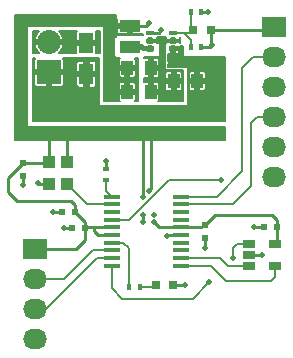
<source format=gtl>
G04 #@! TF.FileFunction,Copper,L1,Top,Signal*
%FSLAX46Y46*%
G04 Gerber Fmt 4.6, Leading zero omitted, Abs format (unit mm)*
G04 Created by KiCad (PCBNEW (after 2015-mar-04 BZR unknown)-product) date Thu 19 Nov 2015 08:04:08 PM EST*
%MOMM*%
G01*
G04 APERTURE LIST*
%ADD10C,0.100000*%
%ADD11R,1.230000X1.800000*%
%ADD12R,1.000000X1.250000*%
%ADD13R,0.500000X0.600000*%
%ADD14R,0.800000X0.750000*%
%ADD15R,0.600000X0.500000*%
%ADD16R,0.797560X0.797560*%
%ADD17R,1.780000X1.020000*%
%ADD18R,2.032000X2.032000*%
%ADD19O,2.032000X2.032000*%
%ADD20R,2.032000X1.727200*%
%ADD21O,2.032000X1.727200*%
%ADD22R,0.400000X0.600000*%
%ADD23R,0.600000X0.400000*%
%ADD24R,1.000000X1.100000*%
%ADD25R,0.749300X0.398780*%
%ADD26R,1.060000X0.650000*%
%ADD27R,1.450000X0.450000*%
%ADD28C,0.508000*%
%ADD29C,0.250000*%
%ADD30C,0.152400*%
G04 APERTURE END LIST*
D10*
D11*
X133350000Y-61428000D03*
X133350000Y-64048000D03*
D12*
X136795000Y-65532000D03*
X138795000Y-65532000D03*
D13*
X128016000Y-71586000D03*
X128016000Y-72686000D03*
D12*
X136795000Y-63500000D03*
X138795000Y-63500000D03*
D14*
X143879000Y-60325000D03*
X142379000Y-60325000D03*
D12*
X142732000Y-64643000D03*
X140732000Y-64643000D03*
D15*
X133265000Y-77089000D03*
X132165000Y-77089000D03*
X149521000Y-76962000D03*
X148421000Y-76962000D03*
X132376000Y-75692000D03*
X131276000Y-75692000D03*
D13*
X143383000Y-76793000D03*
X143383000Y-77893000D03*
D16*
X140703300Y-81915000D03*
X139204700Y-81915000D03*
D17*
X137033000Y-61723000D03*
X137033000Y-59943000D03*
D18*
X130175000Y-63881000D03*
D19*
X130175000Y-61341000D03*
D20*
X149225000Y-60071000D03*
D21*
X149225000Y-62611000D03*
X149225000Y-65151000D03*
X149225000Y-67691000D03*
X149225000Y-70231000D03*
X149225000Y-72771000D03*
D20*
X129032000Y-78867000D03*
D21*
X129032000Y-81407000D03*
X129032000Y-83947000D03*
X129032000Y-86487000D03*
D22*
X142171000Y-61722000D03*
X143071000Y-61722000D03*
X143071000Y-58801000D03*
X142171000Y-58801000D03*
D23*
X135001000Y-72967000D03*
X135001000Y-72067000D03*
D22*
X137864000Y-82042000D03*
X136964000Y-82042000D03*
D24*
X130187000Y-71440000D03*
X130187000Y-73340000D03*
X131687000Y-73340000D03*
X131687000Y-71440000D03*
D25*
X138750040Y-60563760D03*
X138750040Y-61214000D03*
X138750040Y-61864240D03*
X140649960Y-61864240D03*
X140649960Y-61214000D03*
X140649960Y-60563760D03*
D26*
X147109000Y-78425000D03*
X147109000Y-79375000D03*
X147109000Y-80325000D03*
X149309000Y-80325000D03*
X149309000Y-78425000D03*
D27*
X135480000Y-74418000D03*
X135480000Y-75068000D03*
X135480000Y-75718000D03*
X135480000Y-76368000D03*
X135480000Y-77018000D03*
X135480000Y-77668000D03*
X135480000Y-78318000D03*
X135480000Y-78968000D03*
X135480000Y-79618000D03*
X135480000Y-80268000D03*
X141380000Y-80268000D03*
X141380000Y-79618000D03*
X141380000Y-78968000D03*
X141380000Y-78318000D03*
X141380000Y-77668000D03*
X141380000Y-77018000D03*
X141380000Y-76368000D03*
X141380000Y-75718000D03*
X141380000Y-75068000D03*
X141380000Y-74418000D03*
D28*
X141732000Y-81915000D03*
X143383000Y-78740000D03*
X140208000Y-77724000D03*
X128016000Y-73406000D03*
X129286000Y-73279000D03*
X135001000Y-71374000D03*
X148209000Y-79375000D03*
X147574000Y-76962000D03*
X130556000Y-75692000D03*
X131445000Y-77089000D03*
X139700000Y-64516000D03*
X143637000Y-58801000D03*
X139954000Y-65913000D03*
X139827000Y-63119000D03*
X139700000Y-61214000D03*
X139700000Y-60325000D03*
X139065000Y-75946000D03*
X138684000Y-73914000D03*
X138176000Y-74422000D03*
X138176000Y-75946000D03*
X138176000Y-76581000D03*
X139065000Y-76581000D03*
X138684000Y-59690000D03*
X144018000Y-61595000D03*
X144780000Y-73025000D03*
X143764000Y-81661000D03*
X145796000Y-79629000D03*
D29*
X140703300Y-81915000D02*
X141732000Y-81915000D01*
X143383000Y-77893000D02*
X143383000Y-78740000D01*
X141380000Y-77668000D02*
X140264000Y-77668000D01*
X140264000Y-77668000D02*
X140208000Y-77724000D01*
X128016000Y-72686000D02*
X128016000Y-73406000D01*
X130187000Y-73340000D02*
X129347000Y-73340000D01*
X129347000Y-73340000D02*
X129286000Y-73279000D01*
X135001000Y-72067000D02*
X135001000Y-71374000D01*
X147109000Y-79375000D02*
X148209000Y-79375000D01*
X148421000Y-76962000D02*
X147574000Y-76962000D01*
X131276000Y-75692000D02*
X130556000Y-75692000D01*
X132165000Y-77089000D02*
X131445000Y-77089000D01*
X140732000Y-64643000D02*
X139827000Y-64643000D01*
X139827000Y-64643000D02*
X139700000Y-64516000D01*
X143071000Y-58801000D02*
X143637000Y-58801000D01*
X138795000Y-65532000D02*
X139573000Y-65532000D01*
X139573000Y-65532000D02*
X139954000Y-65913000D01*
X138795000Y-63500000D02*
X139446000Y-63500000D01*
X139446000Y-63500000D02*
X139827000Y-63119000D01*
X140649960Y-61214000D02*
X139700000Y-61214000D01*
X139700000Y-61214000D02*
X138750040Y-61214000D01*
X139461240Y-60563760D02*
X139700000Y-60325000D01*
X139461240Y-60563760D02*
X138750040Y-60563760D01*
X138811000Y-73787000D02*
X138811000Y-69215000D01*
X138684000Y-73914000D02*
X138811000Y-73787000D01*
X138176000Y-69088000D02*
X138176000Y-69215000D01*
X138176000Y-74422000D02*
X138176000Y-69088000D01*
X141380000Y-77018000D02*
X139502000Y-77018000D01*
X138176000Y-76581000D02*
X138176000Y-75946000D01*
X139502000Y-77018000D02*
X139065000Y-76581000D01*
X131687000Y-71440000D02*
X131687000Y-69227000D01*
X131687000Y-69227000D02*
X131699000Y-69215000D01*
X130187000Y-71440000D02*
X130187000Y-69100000D01*
X130187000Y-69100000D02*
X130175000Y-69088000D01*
X128016000Y-71586000D02*
X130041000Y-71586000D01*
X130041000Y-71586000D02*
X130187000Y-71440000D01*
X132376000Y-75692000D02*
X132376000Y-75099000D01*
X126746000Y-72856000D02*
X128016000Y-71586000D01*
X126746000Y-74041000D02*
X126746000Y-72856000D01*
X127508000Y-74803000D02*
X126746000Y-74041000D01*
X132080000Y-74803000D02*
X127508000Y-74803000D01*
X132376000Y-75099000D02*
X132080000Y-74803000D01*
X133265000Y-77089000D02*
X133265000Y-76581000D01*
X133265000Y-76581000D02*
X132376000Y-75692000D01*
X135480000Y-77668000D02*
X134310000Y-77668000D01*
X133985000Y-77343000D02*
X133985000Y-77018000D01*
X134310000Y-77668000D02*
X133985000Y-77343000D01*
X135480000Y-77018000D02*
X133985000Y-77018000D01*
X133985000Y-77018000D02*
X133336000Y-77018000D01*
X133336000Y-77018000D02*
X133265000Y-77089000D01*
X129032000Y-78867000D02*
X132461000Y-78867000D01*
X133265000Y-78063000D02*
X133265000Y-77089000D01*
X132461000Y-78867000D02*
X133265000Y-78063000D01*
X149521000Y-76962000D02*
X149521000Y-78213000D01*
X149521000Y-78213000D02*
X149309000Y-78425000D01*
X143383000Y-76793000D02*
X143425000Y-76793000D01*
X143425000Y-76793000D02*
X144272000Y-75946000D01*
X144272000Y-75946000D02*
X149098000Y-75946000D01*
X149098000Y-75946000D02*
X149521000Y-76369000D01*
X149521000Y-76369000D02*
X149521000Y-76962000D01*
X141380000Y-77018000D02*
X143158000Y-77018000D01*
X149521000Y-78213000D02*
X149309000Y-78425000D01*
X143879000Y-60325000D02*
X148971000Y-60325000D01*
X148971000Y-60325000D02*
X149225000Y-60071000D01*
X143879000Y-60325000D02*
X143879000Y-61456000D01*
X143879000Y-61456000D02*
X144018000Y-61595000D01*
X143071000Y-61722000D02*
X143891000Y-61722000D01*
X138431000Y-59943000D02*
X137033000Y-59943000D01*
X138684000Y-59690000D02*
X138431000Y-59943000D01*
X143891000Y-61722000D02*
X144018000Y-61595000D01*
D30*
X142171000Y-58801000D02*
X142171000Y-60117000D01*
X142171000Y-60117000D02*
X142379000Y-60325000D01*
X142171000Y-61722000D02*
X142171000Y-61145000D01*
X142171000Y-61145000D02*
X141589760Y-60563760D01*
X140649960Y-60563760D02*
X141589760Y-60563760D01*
X141589760Y-60563760D02*
X142140240Y-60563760D01*
X142140240Y-60563760D02*
X142379000Y-60325000D01*
X137864000Y-82042000D02*
X139077700Y-82042000D01*
X139077700Y-82042000D02*
X139204700Y-81915000D01*
X141380000Y-74418000D02*
X144403000Y-74418000D01*
X147447000Y-62611000D02*
X149225000Y-62611000D01*
X146558000Y-63500000D02*
X147447000Y-62611000D01*
X146558000Y-72263000D02*
X146558000Y-63500000D01*
X144403000Y-74418000D02*
X146558000Y-72263000D01*
X141380000Y-75068000D02*
X145785000Y-75068000D01*
X147828000Y-67691000D02*
X149225000Y-67691000D01*
X147320000Y-68199000D02*
X147828000Y-67691000D01*
X147320000Y-73533000D02*
X147320000Y-68199000D01*
X145785000Y-75068000D02*
X147320000Y-73533000D01*
X135480000Y-76368000D02*
X136992000Y-76368000D01*
X140335000Y-73025000D02*
X144780000Y-73025000D01*
X136992000Y-76368000D02*
X140335000Y-73025000D01*
X135480000Y-78968000D02*
X133884000Y-78968000D01*
X131445000Y-81407000D02*
X129032000Y-81407000D01*
X133884000Y-78968000D02*
X131445000Y-81407000D01*
X135480000Y-79618000D02*
X134250000Y-79618000D01*
X134250000Y-79618000D02*
X129921000Y-83947000D01*
X129921000Y-83947000D02*
X129032000Y-83947000D01*
X135001000Y-72967000D02*
X135001000Y-73939000D01*
X135001000Y-73939000D02*
X135480000Y-74418000D01*
X136964000Y-82042000D02*
X136964000Y-78798000D01*
X136484000Y-78318000D02*
X135480000Y-78318000D01*
X136964000Y-78798000D02*
X136484000Y-78318000D01*
X135480000Y-75068000D02*
X133415000Y-75068000D01*
X133415000Y-75068000D02*
X131687000Y-73340000D01*
X147109000Y-78425000D02*
X146111000Y-78425000D01*
X135480000Y-82140000D02*
X135480000Y-80268000D01*
X136398000Y-83058000D02*
X135480000Y-82140000D01*
X142367000Y-83058000D02*
X136398000Y-83058000D01*
X143764000Y-81661000D02*
X142367000Y-83058000D01*
X145796000Y-78740000D02*
X145796000Y-79629000D01*
X146111000Y-78425000D02*
X145796000Y-78740000D01*
X141380000Y-79618000D02*
X144642000Y-79618000D01*
X145349000Y-80325000D02*
X147109000Y-80325000D01*
X144642000Y-79618000D02*
X145349000Y-80325000D01*
X141380000Y-80268000D02*
X143895000Y-80268000D01*
X149309000Y-81196000D02*
X149309000Y-80325000D01*
X148971000Y-81534000D02*
X149309000Y-81196000D01*
X145161000Y-81534000D02*
X148971000Y-81534000D01*
X143895000Y-80268000D02*
X145161000Y-81534000D01*
G36*
X138947840Y-61963935D02*
X138927840Y-61963935D01*
X138927840Y-62062040D01*
X138572240Y-62062040D01*
X138572240Y-61963935D01*
X138203940Y-61963935D01*
X138151600Y-62016275D01*
X138151600Y-61957950D01*
X138094450Y-61900800D01*
X137210800Y-61900800D01*
X137210800Y-61920800D01*
X136855200Y-61920800D01*
X136855200Y-61900800D01*
X136835200Y-61900800D01*
X136835200Y-61545200D01*
X136855200Y-61545200D01*
X136855200Y-61525200D01*
X137210800Y-61525200D01*
X137210800Y-61545200D01*
X138094450Y-61545200D01*
X138099800Y-61539850D01*
X138099800Y-61671200D01*
X138146790Y-61671200D01*
X138146790Y-61707395D01*
X138203940Y-61764545D01*
X138572240Y-61764545D01*
X138572240Y-61671200D01*
X138927840Y-61671200D01*
X138927840Y-61764545D01*
X138947840Y-61764545D01*
X138947840Y-61963935D01*
X138947840Y-61963935D01*
G37*
X138947840Y-61963935D02*
X138927840Y-61963935D01*
X138927840Y-62062040D01*
X138572240Y-62062040D01*
X138572240Y-61963935D01*
X138203940Y-61963935D01*
X138151600Y-62016275D01*
X138151600Y-61957950D01*
X138094450Y-61900800D01*
X137210800Y-61900800D01*
X137210800Y-61920800D01*
X136855200Y-61920800D01*
X136855200Y-61900800D01*
X136835200Y-61900800D01*
X136835200Y-61545200D01*
X136855200Y-61545200D01*
X136855200Y-61525200D01*
X137210800Y-61525200D01*
X137210800Y-61545200D01*
X138094450Y-61545200D01*
X138099800Y-61539850D01*
X138099800Y-61671200D01*
X138146790Y-61671200D01*
X138146790Y-61707395D01*
X138203940Y-61764545D01*
X138572240Y-61764545D01*
X138572240Y-61671200D01*
X138927840Y-61671200D01*
X138927840Y-61764545D01*
X138947840Y-61764545D01*
X138947840Y-61963935D01*
G36*
X145084800Y-69646800D02*
X127330200Y-69646800D01*
X127330200Y-59004200D01*
X135813800Y-59004200D01*
X135813800Y-59385200D01*
X135915364Y-59385200D01*
X135914400Y-59387529D01*
X135914400Y-59708050D01*
X135971550Y-59765200D01*
X136855200Y-59765200D01*
X136855200Y-59745200D01*
X137210800Y-59745200D01*
X137210800Y-59765200D01*
X137230800Y-59765200D01*
X137230800Y-60120800D01*
X137210800Y-60120800D01*
X137210800Y-60624450D01*
X137267950Y-60681600D01*
X137877529Y-60681600D01*
X137968472Y-60681600D01*
X138052492Y-60646797D01*
X138099800Y-60599489D01*
X138099800Y-60756800D01*
X136855200Y-60756800D01*
X136855200Y-60624450D01*
X136855200Y-60120800D01*
X135971550Y-60120800D01*
X135914400Y-60177950D01*
X135914400Y-60498471D01*
X135949202Y-60582491D01*
X136013508Y-60646797D01*
X136097528Y-60681600D01*
X136188471Y-60681600D01*
X136798050Y-60681600D01*
X136855200Y-60624450D01*
X136855200Y-60756800D01*
X135813800Y-60756800D01*
X135813800Y-60858400D01*
X135661400Y-60858400D01*
X135661400Y-61722000D01*
X135661400Y-62585600D01*
X135813800Y-62585600D01*
X135813800Y-62687200D01*
X136159511Y-62687200D01*
X136101203Y-62745508D01*
X136066400Y-62829528D01*
X136066400Y-62920471D01*
X136066400Y-63265050D01*
X136123550Y-63322200D01*
X136617200Y-63322200D01*
X136617200Y-63302200D01*
X136972800Y-63302200D01*
X136972800Y-63322200D01*
X137466450Y-63322200D01*
X137523600Y-63265050D01*
X137523600Y-62920471D01*
X137523600Y-62829528D01*
X137488797Y-62745508D01*
X137430489Y-62687200D01*
X137718800Y-62687200D01*
X137718800Y-66344800D01*
X137430489Y-66344800D01*
X137488797Y-66286492D01*
X137523600Y-66202472D01*
X137523600Y-66111529D01*
X137523600Y-65766950D01*
X137523600Y-65297050D01*
X137523600Y-64952471D01*
X137523600Y-64861528D01*
X137523600Y-64170472D01*
X137523600Y-64079529D01*
X137523600Y-63734950D01*
X137466450Y-63677800D01*
X136972800Y-63677800D01*
X136972800Y-64296450D01*
X137029950Y-64353600D01*
X137340471Y-64353600D01*
X137424491Y-64318798D01*
X137488797Y-64254492D01*
X137523600Y-64170472D01*
X137523600Y-64861528D01*
X137488797Y-64777508D01*
X137424491Y-64713202D01*
X137340471Y-64678400D01*
X137029950Y-64678400D01*
X136972800Y-64735550D01*
X136972800Y-65354200D01*
X137466450Y-65354200D01*
X137523600Y-65297050D01*
X137523600Y-65766950D01*
X137466450Y-65709800D01*
X136972800Y-65709800D01*
X136972800Y-65729800D01*
X136617200Y-65729800D01*
X136617200Y-65709800D01*
X136617200Y-65354200D01*
X136617200Y-64735550D01*
X136617200Y-64296450D01*
X136617200Y-63677800D01*
X136123550Y-63677800D01*
X136066400Y-63734950D01*
X136066400Y-64079529D01*
X136066400Y-64170472D01*
X136101203Y-64254492D01*
X136165509Y-64318798D01*
X136249529Y-64353600D01*
X136560050Y-64353600D01*
X136617200Y-64296450D01*
X136617200Y-64735550D01*
X136560050Y-64678400D01*
X136249529Y-64678400D01*
X136165509Y-64713202D01*
X136101203Y-64777508D01*
X136066400Y-64861528D01*
X136066400Y-64952471D01*
X136066400Y-65297050D01*
X136123550Y-65354200D01*
X136617200Y-65354200D01*
X136617200Y-65709800D01*
X136123550Y-65709800D01*
X136066400Y-65766950D01*
X136066400Y-66111529D01*
X136066400Y-66202472D01*
X136101203Y-66286492D01*
X136159511Y-66344800D01*
X134823200Y-66344800D01*
X134823200Y-59994800D01*
X128320800Y-59994800D01*
X128320800Y-68529200D01*
X145084800Y-68529200D01*
X145084800Y-69646800D01*
X145084800Y-69646800D01*
G37*
X145084800Y-69646800D02*
X127330200Y-69646800D01*
X127330200Y-59004200D01*
X135813800Y-59004200D01*
X135813800Y-59385200D01*
X135915364Y-59385200D01*
X135914400Y-59387529D01*
X135914400Y-59708050D01*
X135971550Y-59765200D01*
X136855200Y-59765200D01*
X136855200Y-59745200D01*
X137210800Y-59745200D01*
X137210800Y-59765200D01*
X137230800Y-59765200D01*
X137230800Y-60120800D01*
X137210800Y-60120800D01*
X137210800Y-60624450D01*
X137267950Y-60681600D01*
X137877529Y-60681600D01*
X137968472Y-60681600D01*
X138052492Y-60646797D01*
X138099800Y-60599489D01*
X138099800Y-60756800D01*
X136855200Y-60756800D01*
X136855200Y-60624450D01*
X136855200Y-60120800D01*
X135971550Y-60120800D01*
X135914400Y-60177950D01*
X135914400Y-60498471D01*
X135949202Y-60582491D01*
X136013508Y-60646797D01*
X136097528Y-60681600D01*
X136188471Y-60681600D01*
X136798050Y-60681600D01*
X136855200Y-60624450D01*
X136855200Y-60756800D01*
X135813800Y-60756800D01*
X135813800Y-60858400D01*
X135661400Y-60858400D01*
X135661400Y-61722000D01*
X135661400Y-62585600D01*
X135813800Y-62585600D01*
X135813800Y-62687200D01*
X136159511Y-62687200D01*
X136101203Y-62745508D01*
X136066400Y-62829528D01*
X136066400Y-62920471D01*
X136066400Y-63265050D01*
X136123550Y-63322200D01*
X136617200Y-63322200D01*
X136617200Y-63302200D01*
X136972800Y-63302200D01*
X136972800Y-63322200D01*
X137466450Y-63322200D01*
X137523600Y-63265050D01*
X137523600Y-62920471D01*
X137523600Y-62829528D01*
X137488797Y-62745508D01*
X137430489Y-62687200D01*
X137718800Y-62687200D01*
X137718800Y-66344800D01*
X137430489Y-66344800D01*
X137488797Y-66286492D01*
X137523600Y-66202472D01*
X137523600Y-66111529D01*
X137523600Y-65766950D01*
X137523600Y-65297050D01*
X137523600Y-64952471D01*
X137523600Y-64861528D01*
X137523600Y-64170472D01*
X137523600Y-64079529D01*
X137523600Y-63734950D01*
X137466450Y-63677800D01*
X136972800Y-63677800D01*
X136972800Y-64296450D01*
X137029950Y-64353600D01*
X137340471Y-64353600D01*
X137424491Y-64318798D01*
X137488797Y-64254492D01*
X137523600Y-64170472D01*
X137523600Y-64861528D01*
X137488797Y-64777508D01*
X137424491Y-64713202D01*
X137340471Y-64678400D01*
X137029950Y-64678400D01*
X136972800Y-64735550D01*
X136972800Y-65354200D01*
X137466450Y-65354200D01*
X137523600Y-65297050D01*
X137523600Y-65766950D01*
X137466450Y-65709800D01*
X136972800Y-65709800D01*
X136972800Y-65729800D01*
X136617200Y-65729800D01*
X136617200Y-65709800D01*
X136617200Y-65354200D01*
X136617200Y-64735550D01*
X136617200Y-64296450D01*
X136617200Y-63677800D01*
X136123550Y-63677800D01*
X136066400Y-63734950D01*
X136066400Y-64079529D01*
X136066400Y-64170472D01*
X136101203Y-64254492D01*
X136165509Y-64318798D01*
X136249529Y-64353600D01*
X136560050Y-64353600D01*
X136617200Y-64296450D01*
X136617200Y-64735550D01*
X136560050Y-64678400D01*
X136249529Y-64678400D01*
X136165509Y-64713202D01*
X136101203Y-64777508D01*
X136066400Y-64861528D01*
X136066400Y-64952471D01*
X136066400Y-65297050D01*
X136123550Y-65354200D01*
X136617200Y-65354200D01*
X136617200Y-65709800D01*
X136123550Y-65709800D01*
X136066400Y-65766950D01*
X136066400Y-66111529D01*
X136066400Y-66202472D01*
X136101203Y-66286492D01*
X136159511Y-66344800D01*
X134823200Y-66344800D01*
X134823200Y-59994800D01*
X128320800Y-59994800D01*
X128320800Y-68529200D01*
X145084800Y-68529200D01*
X145084800Y-69646800D01*
G36*
X145084800Y-67995800D02*
X143460600Y-67995800D01*
X143460600Y-65313472D01*
X143460600Y-65222529D01*
X143460600Y-64877950D01*
X143460600Y-64408050D01*
X143460600Y-64063471D01*
X143460600Y-63972528D01*
X143425797Y-63888508D01*
X143361491Y-63824202D01*
X143277471Y-63789400D01*
X142966950Y-63789400D01*
X142909800Y-63846550D01*
X142909800Y-64465200D01*
X143403450Y-64465200D01*
X143460600Y-64408050D01*
X143460600Y-64877950D01*
X143403450Y-64820800D01*
X142909800Y-64820800D01*
X142909800Y-65439450D01*
X142966950Y-65496600D01*
X143277471Y-65496600D01*
X143361491Y-65461798D01*
X143425797Y-65397492D01*
X143460600Y-65313472D01*
X143460600Y-67995800D01*
X142554200Y-67995800D01*
X142554200Y-65439450D01*
X142554200Y-64820800D01*
X142554200Y-64465200D01*
X142554200Y-63846550D01*
X142497050Y-63789400D01*
X142186529Y-63789400D01*
X142102509Y-63824202D01*
X142038203Y-63888508D01*
X142003400Y-63972528D01*
X142003400Y-64063471D01*
X142003400Y-64408050D01*
X142060550Y-64465200D01*
X142554200Y-64465200D01*
X142554200Y-64820800D01*
X142060550Y-64820800D01*
X142003400Y-64877950D01*
X142003400Y-65222529D01*
X142003400Y-65313472D01*
X142038203Y-65397492D01*
X142102509Y-65461798D01*
X142186529Y-65496600D01*
X142497050Y-65496600D01*
X142554200Y-65439450D01*
X142554200Y-67995800D01*
X134193600Y-67995800D01*
X134193600Y-64993471D01*
X134193600Y-64282950D01*
X134193600Y-63813050D01*
X134193600Y-63102529D01*
X134158798Y-63018509D01*
X134094492Y-62954203D01*
X134010472Y-62919400D01*
X133919529Y-62919400D01*
X133584950Y-62919400D01*
X133527800Y-62976550D01*
X133527800Y-63870200D01*
X134136450Y-63870200D01*
X134193600Y-63813050D01*
X134193600Y-64282950D01*
X134136450Y-64225800D01*
X133527800Y-64225800D01*
X133527800Y-65119450D01*
X133584950Y-65176600D01*
X133919529Y-65176600D01*
X134010472Y-65176600D01*
X134094492Y-65141797D01*
X134158798Y-65077491D01*
X134193600Y-64993471D01*
X134193600Y-67995800D01*
X133172200Y-67995800D01*
X133172200Y-65119450D01*
X133172200Y-64225800D01*
X133172200Y-63870200D01*
X133172200Y-62976550D01*
X133115050Y-62919400D01*
X132780471Y-62919400D01*
X132689528Y-62919400D01*
X132605508Y-62954203D01*
X132541202Y-63018509D01*
X132506400Y-63102529D01*
X132506400Y-63813050D01*
X132563550Y-63870200D01*
X133172200Y-63870200D01*
X133172200Y-64225800D01*
X132563550Y-64225800D01*
X132506400Y-64282950D01*
X132506400Y-64993471D01*
X132541202Y-65077491D01*
X132605508Y-65141797D01*
X132689528Y-65176600D01*
X132780471Y-65176600D01*
X133115050Y-65176600D01*
X133172200Y-65119450D01*
X133172200Y-67995800D01*
X131419600Y-67995800D01*
X131419600Y-64942472D01*
X131419600Y-64851529D01*
X131419600Y-64115950D01*
X131362450Y-64058800D01*
X130352800Y-64058800D01*
X130352800Y-65068450D01*
X130409950Y-65125600D01*
X131236471Y-65125600D01*
X131320491Y-65090798D01*
X131384797Y-65026492D01*
X131419600Y-64942472D01*
X131419600Y-67995800D01*
X129997200Y-67995800D01*
X129997200Y-65068450D01*
X129997200Y-64058800D01*
X128987550Y-64058800D01*
X128930400Y-64115950D01*
X128930400Y-64851529D01*
X128930400Y-64942472D01*
X128965203Y-65026492D01*
X129029509Y-65090798D01*
X129113529Y-65125600D01*
X129940050Y-65125600D01*
X129997200Y-65068450D01*
X129997200Y-67995800D01*
X128854200Y-67995800D01*
X128854200Y-62687200D01*
X129013511Y-62687200D01*
X128965203Y-62735508D01*
X128930400Y-62819528D01*
X128930400Y-62910471D01*
X128930400Y-63646050D01*
X128987550Y-63703200D01*
X129997200Y-63703200D01*
X129997200Y-63683200D01*
X130352800Y-63683200D01*
X130352800Y-63703200D01*
X131362450Y-63703200D01*
X131419600Y-63646050D01*
X131419600Y-62910471D01*
X131419600Y-62819528D01*
X131384797Y-62735508D01*
X131336489Y-62687200D01*
X134416800Y-62687200D01*
X134416800Y-66751200D01*
X141935200Y-66751200D01*
X141935200Y-63423800D01*
X141253210Y-63423800D01*
X141253210Y-62109101D01*
X141253210Y-62021085D01*
X141196060Y-61963935D01*
X140827760Y-61963935D01*
X140827760Y-62235080D01*
X140884910Y-62292230D01*
X140979139Y-62292230D01*
X141070082Y-62292230D01*
X141154102Y-62257427D01*
X141218408Y-62193121D01*
X141253210Y-62109101D01*
X141253210Y-63423800D01*
X140284200Y-63423800D01*
X140284200Y-63276384D01*
X140309516Y-63215416D01*
X140309684Y-63023426D01*
X140284200Y-62961750D01*
X140284200Y-62292230D01*
X140320781Y-62292230D01*
X140415010Y-62292230D01*
X140472160Y-62235080D01*
X140472160Y-61963935D01*
X140452160Y-61963935D01*
X140452160Y-61764545D01*
X140472160Y-61764545D01*
X140472160Y-61671200D01*
X140827760Y-61671200D01*
X140827760Y-61764545D01*
X141196060Y-61764545D01*
X141253210Y-61707395D01*
X141253210Y-61671200D01*
X141528800Y-61671200D01*
X141528800Y-62560200D01*
X145084800Y-62560200D01*
X145084800Y-67995800D01*
X145084800Y-67995800D01*
G37*
X145084800Y-67995800D02*
X143460600Y-67995800D01*
X143460600Y-65313472D01*
X143460600Y-65222529D01*
X143460600Y-64877950D01*
X143460600Y-64408050D01*
X143460600Y-64063471D01*
X143460600Y-63972528D01*
X143425797Y-63888508D01*
X143361491Y-63824202D01*
X143277471Y-63789400D01*
X142966950Y-63789400D01*
X142909800Y-63846550D01*
X142909800Y-64465200D01*
X143403450Y-64465200D01*
X143460600Y-64408050D01*
X143460600Y-64877950D01*
X143403450Y-64820800D01*
X142909800Y-64820800D01*
X142909800Y-65439450D01*
X142966950Y-65496600D01*
X143277471Y-65496600D01*
X143361491Y-65461798D01*
X143425797Y-65397492D01*
X143460600Y-65313472D01*
X143460600Y-67995800D01*
X142554200Y-67995800D01*
X142554200Y-65439450D01*
X142554200Y-64820800D01*
X142554200Y-64465200D01*
X142554200Y-63846550D01*
X142497050Y-63789400D01*
X142186529Y-63789400D01*
X142102509Y-63824202D01*
X142038203Y-63888508D01*
X142003400Y-63972528D01*
X142003400Y-64063471D01*
X142003400Y-64408050D01*
X142060550Y-64465200D01*
X142554200Y-64465200D01*
X142554200Y-64820800D01*
X142060550Y-64820800D01*
X142003400Y-64877950D01*
X142003400Y-65222529D01*
X142003400Y-65313472D01*
X142038203Y-65397492D01*
X142102509Y-65461798D01*
X142186529Y-65496600D01*
X142497050Y-65496600D01*
X142554200Y-65439450D01*
X142554200Y-67995800D01*
X134193600Y-67995800D01*
X134193600Y-64993471D01*
X134193600Y-64282950D01*
X134193600Y-63813050D01*
X134193600Y-63102529D01*
X134158798Y-63018509D01*
X134094492Y-62954203D01*
X134010472Y-62919400D01*
X133919529Y-62919400D01*
X133584950Y-62919400D01*
X133527800Y-62976550D01*
X133527800Y-63870200D01*
X134136450Y-63870200D01*
X134193600Y-63813050D01*
X134193600Y-64282950D01*
X134136450Y-64225800D01*
X133527800Y-64225800D01*
X133527800Y-65119450D01*
X133584950Y-65176600D01*
X133919529Y-65176600D01*
X134010472Y-65176600D01*
X134094492Y-65141797D01*
X134158798Y-65077491D01*
X134193600Y-64993471D01*
X134193600Y-67995800D01*
X133172200Y-67995800D01*
X133172200Y-65119450D01*
X133172200Y-64225800D01*
X133172200Y-63870200D01*
X133172200Y-62976550D01*
X133115050Y-62919400D01*
X132780471Y-62919400D01*
X132689528Y-62919400D01*
X132605508Y-62954203D01*
X132541202Y-63018509D01*
X132506400Y-63102529D01*
X132506400Y-63813050D01*
X132563550Y-63870200D01*
X133172200Y-63870200D01*
X133172200Y-64225800D01*
X132563550Y-64225800D01*
X132506400Y-64282950D01*
X132506400Y-64993471D01*
X132541202Y-65077491D01*
X132605508Y-65141797D01*
X132689528Y-65176600D01*
X132780471Y-65176600D01*
X133115050Y-65176600D01*
X133172200Y-65119450D01*
X133172200Y-67995800D01*
X131419600Y-67995800D01*
X131419600Y-64942472D01*
X131419600Y-64851529D01*
X131419600Y-64115950D01*
X131362450Y-64058800D01*
X130352800Y-64058800D01*
X130352800Y-65068450D01*
X130409950Y-65125600D01*
X131236471Y-65125600D01*
X131320491Y-65090798D01*
X131384797Y-65026492D01*
X131419600Y-64942472D01*
X131419600Y-67995800D01*
X129997200Y-67995800D01*
X129997200Y-65068450D01*
X129997200Y-64058800D01*
X128987550Y-64058800D01*
X128930400Y-64115950D01*
X128930400Y-64851529D01*
X128930400Y-64942472D01*
X128965203Y-65026492D01*
X129029509Y-65090798D01*
X129113529Y-65125600D01*
X129940050Y-65125600D01*
X129997200Y-65068450D01*
X129997200Y-67995800D01*
X128854200Y-67995800D01*
X128854200Y-62687200D01*
X129013511Y-62687200D01*
X128965203Y-62735508D01*
X128930400Y-62819528D01*
X128930400Y-62910471D01*
X128930400Y-63646050D01*
X128987550Y-63703200D01*
X129997200Y-63703200D01*
X129997200Y-63683200D01*
X130352800Y-63683200D01*
X130352800Y-63703200D01*
X131362450Y-63703200D01*
X131419600Y-63646050D01*
X131419600Y-62910471D01*
X131419600Y-62819528D01*
X131384797Y-62735508D01*
X131336489Y-62687200D01*
X134416800Y-62687200D01*
X134416800Y-66751200D01*
X141935200Y-66751200D01*
X141935200Y-63423800D01*
X141253210Y-63423800D01*
X141253210Y-62109101D01*
X141253210Y-62021085D01*
X141196060Y-61963935D01*
X140827760Y-61963935D01*
X140827760Y-62235080D01*
X140884910Y-62292230D01*
X140979139Y-62292230D01*
X141070082Y-62292230D01*
X141154102Y-62257427D01*
X141218408Y-62193121D01*
X141253210Y-62109101D01*
X141253210Y-63423800D01*
X140284200Y-63423800D01*
X140284200Y-63276384D01*
X140309516Y-63215416D01*
X140309684Y-63023426D01*
X140284200Y-62961750D01*
X140284200Y-62292230D01*
X140320781Y-62292230D01*
X140415010Y-62292230D01*
X140472160Y-62235080D01*
X140472160Y-61963935D01*
X140452160Y-61963935D01*
X140452160Y-61764545D01*
X140472160Y-61764545D01*
X140472160Y-61671200D01*
X140827760Y-61671200D01*
X140827760Y-61764545D01*
X141196060Y-61764545D01*
X141253210Y-61707395D01*
X141253210Y-61671200D01*
X141528800Y-61671200D01*
X141528800Y-62560200D01*
X145084800Y-62560200D01*
X145084800Y-67995800D01*
G36*
X141528800Y-66344800D02*
X141460600Y-66344800D01*
X141460600Y-65313472D01*
X141460600Y-65222529D01*
X141460600Y-64877950D01*
X141460600Y-64408050D01*
X141460600Y-64063471D01*
X141460600Y-63972528D01*
X141425797Y-63888508D01*
X141361491Y-63824202D01*
X141277471Y-63789400D01*
X140966950Y-63789400D01*
X140909800Y-63846550D01*
X140909800Y-64465200D01*
X141403450Y-64465200D01*
X141460600Y-64408050D01*
X141460600Y-64877950D01*
X141403450Y-64820800D01*
X140909800Y-64820800D01*
X140909800Y-65439450D01*
X140966950Y-65496600D01*
X141277471Y-65496600D01*
X141361491Y-65461798D01*
X141425797Y-65397492D01*
X141460600Y-65313472D01*
X141460600Y-66344800D01*
X140554200Y-66344800D01*
X140554200Y-65439450D01*
X140554200Y-64820800D01*
X140554200Y-64465200D01*
X140554200Y-63846550D01*
X140497050Y-63789400D01*
X140186529Y-63789400D01*
X140102509Y-63824202D01*
X140038203Y-63888508D01*
X140003400Y-63972528D01*
X140003400Y-64063471D01*
X140003400Y-64408050D01*
X140060550Y-64465200D01*
X140554200Y-64465200D01*
X140554200Y-64820800D01*
X140060550Y-64820800D01*
X140003400Y-64877950D01*
X140003400Y-65222529D01*
X140003400Y-65313472D01*
X140038203Y-65397492D01*
X140102509Y-65461798D01*
X140186529Y-65496600D01*
X140497050Y-65496600D01*
X140554200Y-65439450D01*
X140554200Y-66344800D01*
X139430489Y-66344800D01*
X139488797Y-66286492D01*
X139523600Y-66202472D01*
X139523600Y-66111529D01*
X139523600Y-65766950D01*
X139523600Y-65297050D01*
X139523600Y-64952471D01*
X139523600Y-64861528D01*
X139523600Y-64170472D01*
X139523600Y-64079529D01*
X139523600Y-63734950D01*
X139523600Y-63265050D01*
X139523600Y-62920471D01*
X139523600Y-62829528D01*
X139488797Y-62745508D01*
X139424491Y-62681202D01*
X139340471Y-62646400D01*
X139029950Y-62646400D01*
X138972800Y-62703550D01*
X138972800Y-63322200D01*
X139466450Y-63322200D01*
X139523600Y-63265050D01*
X139523600Y-63734950D01*
X139466450Y-63677800D01*
X138972800Y-63677800D01*
X138972800Y-64296450D01*
X139029950Y-64353600D01*
X139340471Y-64353600D01*
X139424491Y-64318798D01*
X139488797Y-64254492D01*
X139523600Y-64170472D01*
X139523600Y-64861528D01*
X139488797Y-64777508D01*
X139424491Y-64713202D01*
X139340471Y-64678400D01*
X139029950Y-64678400D01*
X138972800Y-64735550D01*
X138972800Y-65354200D01*
X139466450Y-65354200D01*
X139523600Y-65297050D01*
X139523600Y-65766950D01*
X139466450Y-65709800D01*
X138972800Y-65709800D01*
X138972800Y-65729800D01*
X138617200Y-65729800D01*
X138617200Y-65709800D01*
X138597200Y-65709800D01*
X138597200Y-65354200D01*
X138617200Y-65354200D01*
X138617200Y-64735550D01*
X138560050Y-64678400D01*
X138252200Y-64678400D01*
X138252200Y-64353600D01*
X138560050Y-64353600D01*
X138617200Y-64296450D01*
X138617200Y-63677800D01*
X138597200Y-63677800D01*
X138597200Y-63322200D01*
X138617200Y-63322200D01*
X138617200Y-62703550D01*
X138560050Y-62646400D01*
X138252200Y-62646400D01*
X138252200Y-62585600D01*
X139547600Y-62585600D01*
X139547600Y-61366400D01*
X139348845Y-61366400D01*
X139296140Y-61313695D01*
X138927840Y-61313695D01*
X138927840Y-61366400D01*
X138572240Y-61366400D01*
X138572240Y-61313695D01*
X138552240Y-61313695D01*
X138552240Y-61114305D01*
X138572240Y-61114305D01*
X138572240Y-61016200D01*
X138927840Y-61016200D01*
X138927840Y-61114305D01*
X139296140Y-61114305D01*
X139353290Y-61057155D01*
X139353290Y-60969139D01*
X139331842Y-60917360D01*
X139461240Y-60917360D01*
X139502263Y-60909200D01*
X140071537Y-60909200D01*
X140046710Y-60969139D01*
X140046710Y-61057155D01*
X140103860Y-61114305D01*
X140472160Y-61114305D01*
X140472160Y-61016200D01*
X140827760Y-61016200D01*
X140827760Y-61114305D01*
X141196060Y-61114305D01*
X141253210Y-61057155D01*
X141253210Y-60969139D01*
X141228382Y-60909200D01*
X141274800Y-60909200D01*
X141274800Y-61366400D01*
X141248765Y-61366400D01*
X141196060Y-61313695D01*
X140827760Y-61313695D01*
X140827760Y-61366400D01*
X140472160Y-61366400D01*
X140472160Y-61313695D01*
X140103860Y-61313695D01*
X140051155Y-61366400D01*
X139979400Y-61366400D01*
X139979400Y-63728600D01*
X141528800Y-63728600D01*
X141528800Y-66344800D01*
X141528800Y-66344800D01*
G37*
X141528800Y-66344800D02*
X141460600Y-66344800D01*
X141460600Y-65313472D01*
X141460600Y-65222529D01*
X141460600Y-64877950D01*
X141460600Y-64408050D01*
X141460600Y-64063471D01*
X141460600Y-63972528D01*
X141425797Y-63888508D01*
X141361491Y-63824202D01*
X141277471Y-63789400D01*
X140966950Y-63789400D01*
X140909800Y-63846550D01*
X140909800Y-64465200D01*
X141403450Y-64465200D01*
X141460600Y-64408050D01*
X141460600Y-64877950D01*
X141403450Y-64820800D01*
X140909800Y-64820800D01*
X140909800Y-65439450D01*
X140966950Y-65496600D01*
X141277471Y-65496600D01*
X141361491Y-65461798D01*
X141425797Y-65397492D01*
X141460600Y-65313472D01*
X141460600Y-66344800D01*
X140554200Y-66344800D01*
X140554200Y-65439450D01*
X140554200Y-64820800D01*
X140554200Y-64465200D01*
X140554200Y-63846550D01*
X140497050Y-63789400D01*
X140186529Y-63789400D01*
X140102509Y-63824202D01*
X140038203Y-63888508D01*
X140003400Y-63972528D01*
X140003400Y-64063471D01*
X140003400Y-64408050D01*
X140060550Y-64465200D01*
X140554200Y-64465200D01*
X140554200Y-64820800D01*
X140060550Y-64820800D01*
X140003400Y-64877950D01*
X140003400Y-65222529D01*
X140003400Y-65313472D01*
X140038203Y-65397492D01*
X140102509Y-65461798D01*
X140186529Y-65496600D01*
X140497050Y-65496600D01*
X140554200Y-65439450D01*
X140554200Y-66344800D01*
X139430489Y-66344800D01*
X139488797Y-66286492D01*
X139523600Y-66202472D01*
X139523600Y-66111529D01*
X139523600Y-65766950D01*
X139523600Y-65297050D01*
X139523600Y-64952471D01*
X139523600Y-64861528D01*
X139523600Y-64170472D01*
X139523600Y-64079529D01*
X139523600Y-63734950D01*
X139523600Y-63265050D01*
X139523600Y-62920471D01*
X139523600Y-62829528D01*
X139488797Y-62745508D01*
X139424491Y-62681202D01*
X139340471Y-62646400D01*
X139029950Y-62646400D01*
X138972800Y-62703550D01*
X138972800Y-63322200D01*
X139466450Y-63322200D01*
X139523600Y-63265050D01*
X139523600Y-63734950D01*
X139466450Y-63677800D01*
X138972800Y-63677800D01*
X138972800Y-64296450D01*
X139029950Y-64353600D01*
X139340471Y-64353600D01*
X139424491Y-64318798D01*
X139488797Y-64254492D01*
X139523600Y-64170472D01*
X139523600Y-64861528D01*
X139488797Y-64777508D01*
X139424491Y-64713202D01*
X139340471Y-64678400D01*
X139029950Y-64678400D01*
X138972800Y-64735550D01*
X138972800Y-65354200D01*
X139466450Y-65354200D01*
X139523600Y-65297050D01*
X139523600Y-65766950D01*
X139466450Y-65709800D01*
X138972800Y-65709800D01*
X138972800Y-65729800D01*
X138617200Y-65729800D01*
X138617200Y-65709800D01*
X138597200Y-65709800D01*
X138597200Y-65354200D01*
X138617200Y-65354200D01*
X138617200Y-64735550D01*
X138560050Y-64678400D01*
X138252200Y-64678400D01*
X138252200Y-64353600D01*
X138560050Y-64353600D01*
X138617200Y-64296450D01*
X138617200Y-63677800D01*
X138597200Y-63677800D01*
X138597200Y-63322200D01*
X138617200Y-63322200D01*
X138617200Y-62703550D01*
X138560050Y-62646400D01*
X138252200Y-62646400D01*
X138252200Y-62585600D01*
X139547600Y-62585600D01*
X139547600Y-61366400D01*
X139348845Y-61366400D01*
X139296140Y-61313695D01*
X138927840Y-61313695D01*
X138927840Y-61366400D01*
X138572240Y-61366400D01*
X138572240Y-61313695D01*
X138552240Y-61313695D01*
X138552240Y-61114305D01*
X138572240Y-61114305D01*
X138572240Y-61016200D01*
X138927840Y-61016200D01*
X138927840Y-61114305D01*
X139296140Y-61114305D01*
X139353290Y-61057155D01*
X139353290Y-60969139D01*
X139331842Y-60917360D01*
X139461240Y-60917360D01*
X139502263Y-60909200D01*
X140071537Y-60909200D01*
X140046710Y-60969139D01*
X140046710Y-61057155D01*
X140103860Y-61114305D01*
X140472160Y-61114305D01*
X140472160Y-61016200D01*
X140827760Y-61016200D01*
X140827760Y-61114305D01*
X141196060Y-61114305D01*
X141253210Y-61057155D01*
X141253210Y-60969139D01*
X141228382Y-60909200D01*
X141274800Y-60909200D01*
X141274800Y-61366400D01*
X141248765Y-61366400D01*
X141196060Y-61313695D01*
X140827760Y-61313695D01*
X140827760Y-61366400D01*
X140472160Y-61366400D01*
X140472160Y-61313695D01*
X140103860Y-61313695D01*
X140051155Y-61366400D01*
X139979400Y-61366400D01*
X139979400Y-63728600D01*
X141528800Y-63728600D01*
X141528800Y-66344800D01*
G36*
X134518400Y-62280800D02*
X134193600Y-62280800D01*
X134193600Y-61662950D01*
X134136450Y-61605800D01*
X133527800Y-61605800D01*
X133527800Y-61625800D01*
X133172200Y-61625800D01*
X133172200Y-61605800D01*
X132563550Y-61605800D01*
X132506400Y-61662950D01*
X132506400Y-62280800D01*
X130984532Y-62280800D01*
X131276097Y-61921221D01*
X131363855Y-61709312D01*
X131349063Y-61518800D01*
X130352800Y-61518800D01*
X130352800Y-61538800D01*
X129997200Y-61538800D01*
X129997200Y-61518800D01*
X129000937Y-61518800D01*
X128986145Y-61709312D01*
X129073903Y-61921221D01*
X129365467Y-62280800D01*
X128854200Y-62280800D01*
X128854200Y-60401200D01*
X129365467Y-60401200D01*
X129073903Y-60760779D01*
X128986145Y-60972688D01*
X129000937Y-61163200D01*
X129997200Y-61163200D01*
X129997200Y-61143200D01*
X130352800Y-61143200D01*
X130352800Y-61163200D01*
X131349063Y-61163200D01*
X131363855Y-60972688D01*
X131276097Y-60760779D01*
X130984532Y-60401200D01*
X132540087Y-60401200D01*
X132506400Y-60482529D01*
X132506400Y-61193050D01*
X132563550Y-61250200D01*
X133172200Y-61250200D01*
X133172200Y-61230200D01*
X133527800Y-61230200D01*
X133527800Y-61250200D01*
X134136450Y-61250200D01*
X134193600Y-61193050D01*
X134193600Y-60482529D01*
X134159912Y-60401200D01*
X134518400Y-60401200D01*
X134518400Y-62280800D01*
X134518400Y-62280800D01*
G37*
X134518400Y-62280800D02*
X134193600Y-62280800D01*
X134193600Y-61662950D01*
X134136450Y-61605800D01*
X133527800Y-61605800D01*
X133527800Y-61625800D01*
X133172200Y-61625800D01*
X133172200Y-61605800D01*
X132563550Y-61605800D01*
X132506400Y-61662950D01*
X132506400Y-62280800D01*
X130984532Y-62280800D01*
X131276097Y-61921221D01*
X131363855Y-61709312D01*
X131349063Y-61518800D01*
X130352800Y-61518800D01*
X130352800Y-61538800D01*
X129997200Y-61538800D01*
X129997200Y-61518800D01*
X129000937Y-61518800D01*
X128986145Y-61709312D01*
X129073903Y-61921221D01*
X129365467Y-62280800D01*
X128854200Y-62280800D01*
X128854200Y-60401200D01*
X129365467Y-60401200D01*
X129073903Y-60760779D01*
X128986145Y-60972688D01*
X129000937Y-61163200D01*
X129997200Y-61163200D01*
X129997200Y-61143200D01*
X130352800Y-61143200D01*
X130352800Y-61163200D01*
X131349063Y-61163200D01*
X131363855Y-60972688D01*
X131276097Y-60760779D01*
X130984532Y-60401200D01*
X132540087Y-60401200D01*
X132506400Y-60482529D01*
X132506400Y-61193050D01*
X132563550Y-61250200D01*
X133172200Y-61250200D01*
X133172200Y-61230200D01*
X133527800Y-61230200D01*
X133527800Y-61250200D01*
X134136450Y-61250200D01*
X134193600Y-61193050D01*
X134193600Y-60482529D01*
X134159912Y-60401200D01*
X134518400Y-60401200D01*
X134518400Y-62280800D01*
M02*

</source>
